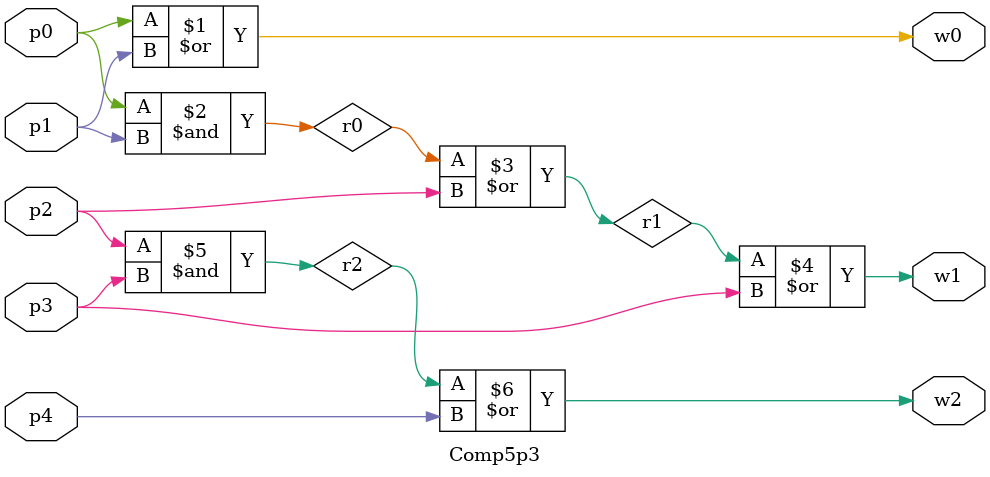
<source format=v>


module Comp5p3(w0, w1, w2, p0, p1, p2, p3, p4); //{p0+p1, p0p1+p2+p3, p2p3+p4}

input p0, p1, p2, p3, p4;
output w0, w1, w2;
wire r0, r1, r2;

or or_1(w0, p0, p1);

and and_1(r0, p0, p1);
or or_2(r1, r0, p2);
or or_3(w1, r1, p3);

and and_2(r2, p2, p3);
or or_4(w2, r2, p4);

endmodule

</source>
